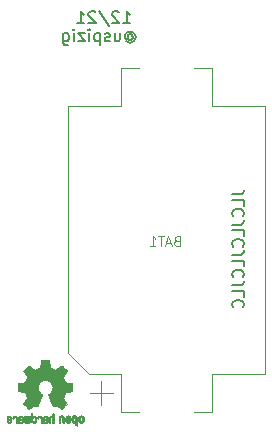
<source format=gbo>
%TF.GenerationSoftware,KiCad,Pcbnew,(5.1.10)-1*%
%TF.CreationDate,2021-12-26T22:15:38+01:00*%
%TF.ProjectId,LORA_ATTINY_v3,4c4f5241-5f41-4545-9449-4e595f76332e,rev?*%
%TF.SameCoordinates,Original*%
%TF.FileFunction,Legend,Bot*%
%TF.FilePolarity,Positive*%
%FSLAX46Y46*%
G04 Gerber Fmt 4.6, Leading zero omitted, Abs format (unit mm)*
G04 Created by KiCad (PCBNEW (5.1.10)-1) date 2021-12-26 22:15:38*
%MOMM*%
%LPD*%
G01*
G04 APERTURE LIST*
%ADD10C,0.150000*%
%ADD11C,0.010000*%
%ADD12C,0.120000*%
%ADD13C,0.100000*%
G04 APERTURE END LIST*
D10*
X67198666Y-42616380D02*
X67770095Y-42616380D01*
X67484380Y-42616380D02*
X67484380Y-41616380D01*
X67579619Y-41759238D01*
X67674857Y-41854476D01*
X67770095Y-41902095D01*
X66817714Y-41711619D02*
X66770095Y-41664000D01*
X66674857Y-41616380D01*
X66436761Y-41616380D01*
X66341523Y-41664000D01*
X66293904Y-41711619D01*
X66246285Y-41806857D01*
X66246285Y-41902095D01*
X66293904Y-42044952D01*
X66865333Y-42616380D01*
X66246285Y-42616380D01*
X65103428Y-41568761D02*
X65960571Y-42854476D01*
X64817714Y-41711619D02*
X64770095Y-41664000D01*
X64674857Y-41616380D01*
X64436761Y-41616380D01*
X64341523Y-41664000D01*
X64293904Y-41711619D01*
X64246285Y-41806857D01*
X64246285Y-41902095D01*
X64293904Y-42044952D01*
X64865333Y-42616380D01*
X64246285Y-42616380D01*
X63293904Y-42616380D02*
X63865333Y-42616380D01*
X63579619Y-42616380D02*
X63579619Y-41616380D01*
X63674857Y-41759238D01*
X63770095Y-41854476D01*
X63865333Y-41902095D01*
X76414380Y-57102952D02*
X77128666Y-57102952D01*
X77271523Y-57055333D01*
X77366761Y-56960095D01*
X77414380Y-56817238D01*
X77414380Y-56722000D01*
X77414380Y-58055333D02*
X77414380Y-57579142D01*
X76414380Y-57579142D01*
X77319142Y-58960095D02*
X77366761Y-58912476D01*
X77414380Y-58769619D01*
X77414380Y-58674380D01*
X77366761Y-58531523D01*
X77271523Y-58436285D01*
X77176285Y-58388666D01*
X76985809Y-58341047D01*
X76842952Y-58341047D01*
X76652476Y-58388666D01*
X76557238Y-58436285D01*
X76462000Y-58531523D01*
X76414380Y-58674380D01*
X76414380Y-58769619D01*
X76462000Y-58912476D01*
X76509619Y-58960095D01*
X76414380Y-59674380D02*
X77128666Y-59674380D01*
X77271523Y-59626761D01*
X77366761Y-59531523D01*
X77414380Y-59388666D01*
X77414380Y-59293428D01*
X77414380Y-60626761D02*
X77414380Y-60150571D01*
X76414380Y-60150571D01*
X77319142Y-61531523D02*
X77366761Y-61483904D01*
X77414380Y-61341047D01*
X77414380Y-61245809D01*
X77366761Y-61102952D01*
X77271523Y-61007714D01*
X77176285Y-60960095D01*
X76985809Y-60912476D01*
X76842952Y-60912476D01*
X76652476Y-60960095D01*
X76557238Y-61007714D01*
X76462000Y-61102952D01*
X76414380Y-61245809D01*
X76414380Y-61341047D01*
X76462000Y-61483904D01*
X76509619Y-61531523D01*
X76414380Y-62245809D02*
X77128666Y-62245809D01*
X77271523Y-62198190D01*
X77366761Y-62102952D01*
X77414380Y-61960095D01*
X77414380Y-61864857D01*
X77414380Y-63198190D02*
X77414380Y-62722000D01*
X76414380Y-62722000D01*
X77319142Y-64102952D02*
X77366761Y-64055333D01*
X77414380Y-63912476D01*
X77414380Y-63817238D01*
X77366761Y-63674380D01*
X77271523Y-63579142D01*
X77176285Y-63531523D01*
X76985809Y-63483904D01*
X76842952Y-63483904D01*
X76652476Y-63531523D01*
X76557238Y-63579142D01*
X76462000Y-63674380D01*
X76414380Y-63817238D01*
X76414380Y-63912476D01*
X76462000Y-64055333D01*
X76509619Y-64102952D01*
X76414380Y-64817238D02*
X77128666Y-64817238D01*
X77271523Y-64769619D01*
X77366761Y-64674380D01*
X77414380Y-64531523D01*
X77414380Y-64436285D01*
X77414380Y-65769619D02*
X77414380Y-65293428D01*
X76414380Y-65293428D01*
X77319142Y-66674380D02*
X77366761Y-66626761D01*
X77414380Y-66483904D01*
X77414380Y-66388666D01*
X77366761Y-66245809D01*
X77271523Y-66150571D01*
X77176285Y-66102952D01*
X76985809Y-66055333D01*
X76842952Y-66055333D01*
X76652476Y-66102952D01*
X76557238Y-66150571D01*
X76462000Y-66245809D01*
X76414380Y-66388666D01*
X76414380Y-66483904D01*
X76462000Y-66626761D01*
X76509619Y-66674380D01*
X67579571Y-43664190D02*
X67627190Y-43616571D01*
X67722428Y-43568952D01*
X67817666Y-43568952D01*
X67912904Y-43616571D01*
X67960523Y-43664190D01*
X68008142Y-43759428D01*
X68008142Y-43854666D01*
X67960523Y-43949904D01*
X67912904Y-43997523D01*
X67817666Y-44045142D01*
X67722428Y-44045142D01*
X67627190Y-43997523D01*
X67579571Y-43949904D01*
X67579571Y-43568952D02*
X67579571Y-43949904D01*
X67531952Y-43997523D01*
X67484333Y-43997523D01*
X67389095Y-43949904D01*
X67341476Y-43854666D01*
X67341476Y-43616571D01*
X67436714Y-43473714D01*
X67579571Y-43378476D01*
X67770047Y-43330857D01*
X67960523Y-43378476D01*
X68103380Y-43473714D01*
X68198619Y-43616571D01*
X68246238Y-43807047D01*
X68198619Y-43997523D01*
X68103380Y-44140380D01*
X67960523Y-44235619D01*
X67770047Y-44283238D01*
X67579571Y-44235619D01*
X67436714Y-44140380D01*
X66484333Y-43473714D02*
X66484333Y-44140380D01*
X66912904Y-43473714D02*
X66912904Y-43997523D01*
X66865285Y-44092761D01*
X66770047Y-44140380D01*
X66627190Y-44140380D01*
X66531952Y-44092761D01*
X66484333Y-44045142D01*
X66055761Y-44092761D02*
X65960523Y-44140380D01*
X65770047Y-44140380D01*
X65674809Y-44092761D01*
X65627190Y-43997523D01*
X65627190Y-43949904D01*
X65674809Y-43854666D01*
X65770047Y-43807047D01*
X65912904Y-43807047D01*
X66008142Y-43759428D01*
X66055761Y-43664190D01*
X66055761Y-43616571D01*
X66008142Y-43521333D01*
X65912904Y-43473714D01*
X65770047Y-43473714D01*
X65674809Y-43521333D01*
X65198619Y-43473714D02*
X65198619Y-44473714D01*
X65198619Y-43521333D02*
X65103380Y-43473714D01*
X64912904Y-43473714D01*
X64817666Y-43521333D01*
X64770047Y-43568952D01*
X64722428Y-43664190D01*
X64722428Y-43949904D01*
X64770047Y-44045142D01*
X64817666Y-44092761D01*
X64912904Y-44140380D01*
X65103380Y-44140380D01*
X65198619Y-44092761D01*
X64293857Y-44140380D02*
X64293857Y-43473714D01*
X64293857Y-43140380D02*
X64341476Y-43188000D01*
X64293857Y-43235619D01*
X64246238Y-43188000D01*
X64293857Y-43140380D01*
X64293857Y-43235619D01*
X63912904Y-43473714D02*
X63389095Y-43473714D01*
X63912904Y-44140380D01*
X63389095Y-44140380D01*
X63008142Y-44140380D02*
X63008142Y-43473714D01*
X63008142Y-43140380D02*
X63055761Y-43188000D01*
X63008142Y-43235619D01*
X62960523Y-43188000D01*
X63008142Y-43140380D01*
X63008142Y-43235619D01*
X62103380Y-43473714D02*
X62103380Y-44283238D01*
X62151000Y-44378476D01*
X62198619Y-44426095D01*
X62293857Y-44473714D01*
X62436714Y-44473714D01*
X62531952Y-44426095D01*
X62103380Y-44092761D02*
X62198619Y-44140380D01*
X62389095Y-44140380D01*
X62484333Y-44092761D01*
X62531952Y-44045142D01*
X62579571Y-43949904D01*
X62579571Y-43664190D01*
X62531952Y-43568952D01*
X62484333Y-43521333D01*
X62389095Y-43473714D01*
X62198619Y-43473714D01*
X62103380Y-43521333D01*
D11*
%TO.C,OSHW*%
G36*
X62979256Y-75833918D02*
G01*
X62923799Y-75861568D01*
X62874852Y-75912480D01*
X62861371Y-75931338D01*
X62846686Y-75956015D01*
X62837158Y-75982816D01*
X62831707Y-76018587D01*
X62829253Y-76070169D01*
X62828714Y-76138267D01*
X62831148Y-76231588D01*
X62839606Y-76301657D01*
X62855826Y-76353931D01*
X62881546Y-76393869D01*
X62918503Y-76426929D01*
X62921218Y-76428886D01*
X62957640Y-76448908D01*
X63001498Y-76458815D01*
X63057276Y-76461257D01*
X63147952Y-76461257D01*
X63147990Y-76549283D01*
X63148834Y-76598308D01*
X63153976Y-76627065D01*
X63167413Y-76644311D01*
X63193142Y-76658808D01*
X63199321Y-76661769D01*
X63228236Y-76675648D01*
X63250624Y-76684414D01*
X63267271Y-76685171D01*
X63278964Y-76675023D01*
X63286490Y-76651073D01*
X63290634Y-76610426D01*
X63292185Y-76550186D01*
X63291929Y-76467455D01*
X63290651Y-76359339D01*
X63290252Y-76327000D01*
X63288815Y-76215524D01*
X63287528Y-76142603D01*
X63148029Y-76142603D01*
X63147245Y-76204499D01*
X63143760Y-76244997D01*
X63135876Y-76271708D01*
X63121895Y-76292244D01*
X63112403Y-76302260D01*
X63073596Y-76331567D01*
X63039237Y-76333952D01*
X63003784Y-76309750D01*
X63002886Y-76308857D01*
X62988461Y-76290153D01*
X62979687Y-76264732D01*
X62975261Y-76225584D01*
X62973882Y-76165697D01*
X62973857Y-76152430D01*
X62977188Y-76069901D01*
X62988031Y-76012691D01*
X63007660Y-75977766D01*
X63037350Y-75962094D01*
X63054509Y-75960514D01*
X63095234Y-75967926D01*
X63123168Y-75992330D01*
X63139983Y-76036980D01*
X63147350Y-76105130D01*
X63148029Y-76142603D01*
X63287528Y-76142603D01*
X63287292Y-76129245D01*
X63285323Y-76064333D01*
X63282550Y-76016958D01*
X63278612Y-75983290D01*
X63273151Y-75959498D01*
X63265808Y-75941753D01*
X63256223Y-75926224D01*
X63252113Y-75920381D01*
X63197595Y-75865185D01*
X63128664Y-75833890D01*
X63048928Y-75825165D01*
X62979256Y-75833918D01*
G37*
X62979256Y-75833918D02*
X62923799Y-75861568D01*
X62874852Y-75912480D01*
X62861371Y-75931338D01*
X62846686Y-75956015D01*
X62837158Y-75982816D01*
X62831707Y-76018587D01*
X62829253Y-76070169D01*
X62828714Y-76138267D01*
X62831148Y-76231588D01*
X62839606Y-76301657D01*
X62855826Y-76353931D01*
X62881546Y-76393869D01*
X62918503Y-76426929D01*
X62921218Y-76428886D01*
X62957640Y-76448908D01*
X63001498Y-76458815D01*
X63057276Y-76461257D01*
X63147952Y-76461257D01*
X63147990Y-76549283D01*
X63148834Y-76598308D01*
X63153976Y-76627065D01*
X63167413Y-76644311D01*
X63193142Y-76658808D01*
X63199321Y-76661769D01*
X63228236Y-76675648D01*
X63250624Y-76684414D01*
X63267271Y-76685171D01*
X63278964Y-76675023D01*
X63286490Y-76651073D01*
X63290634Y-76610426D01*
X63292185Y-76550186D01*
X63291929Y-76467455D01*
X63290651Y-76359339D01*
X63290252Y-76327000D01*
X63288815Y-76215524D01*
X63287528Y-76142603D01*
X63148029Y-76142603D01*
X63147245Y-76204499D01*
X63143760Y-76244997D01*
X63135876Y-76271708D01*
X63121895Y-76292244D01*
X63112403Y-76302260D01*
X63073596Y-76331567D01*
X63039237Y-76333952D01*
X63003784Y-76309750D01*
X63002886Y-76308857D01*
X62988461Y-76290153D01*
X62979687Y-76264732D01*
X62975261Y-76225584D01*
X62973882Y-76165697D01*
X62973857Y-76152430D01*
X62977188Y-76069901D01*
X62988031Y-76012691D01*
X63007660Y-75977766D01*
X63037350Y-75962094D01*
X63054509Y-75960514D01*
X63095234Y-75967926D01*
X63123168Y-75992330D01*
X63139983Y-76036980D01*
X63147350Y-76105130D01*
X63148029Y-76142603D01*
X63287528Y-76142603D01*
X63287292Y-76129245D01*
X63285323Y-76064333D01*
X63282550Y-76016958D01*
X63278612Y-75983290D01*
X63273151Y-75959498D01*
X63265808Y-75941753D01*
X63256223Y-75926224D01*
X63252113Y-75920381D01*
X63197595Y-75865185D01*
X63128664Y-75833890D01*
X63048928Y-75825165D01*
X62979256Y-75833918D01*
G36*
X61862907Y-75841780D02*
G01*
X61816328Y-75868723D01*
X61783943Y-75895466D01*
X61760258Y-75923484D01*
X61743941Y-75957748D01*
X61733661Y-76003227D01*
X61728086Y-76064892D01*
X61725884Y-76147711D01*
X61725629Y-76207246D01*
X61725629Y-76426391D01*
X61787314Y-76454044D01*
X61849000Y-76481697D01*
X61856257Y-76241670D01*
X61859256Y-76152028D01*
X61862402Y-76086962D01*
X61866299Y-76042026D01*
X61871553Y-76012770D01*
X61878769Y-75994748D01*
X61888550Y-75983511D01*
X61891688Y-75981079D01*
X61939239Y-75962083D01*
X61987303Y-75969600D01*
X62015914Y-75989543D01*
X62027553Y-76003675D01*
X62035609Y-76022220D01*
X62040729Y-76050334D01*
X62043559Y-76093173D01*
X62044744Y-76155895D01*
X62044943Y-76221261D01*
X62044982Y-76303268D01*
X62046386Y-76361316D01*
X62051086Y-76400465D01*
X62061013Y-76425780D01*
X62078097Y-76442323D01*
X62104268Y-76455156D01*
X62139225Y-76468491D01*
X62177404Y-76483007D01*
X62172859Y-76225389D01*
X62171029Y-76132519D01*
X62168888Y-76063889D01*
X62165819Y-76014711D01*
X62161206Y-75980198D01*
X62154432Y-75955562D01*
X62144881Y-75936016D01*
X62133366Y-75918770D01*
X62077810Y-75863680D01*
X62010020Y-75831822D01*
X61936287Y-75824191D01*
X61862907Y-75841780D01*
G37*
X61862907Y-75841780D02*
X61816328Y-75868723D01*
X61783943Y-75895466D01*
X61760258Y-75923484D01*
X61743941Y-75957748D01*
X61733661Y-76003227D01*
X61728086Y-76064892D01*
X61725884Y-76147711D01*
X61725629Y-76207246D01*
X61725629Y-76426391D01*
X61787314Y-76454044D01*
X61849000Y-76481697D01*
X61856257Y-76241670D01*
X61859256Y-76152028D01*
X61862402Y-76086962D01*
X61866299Y-76042026D01*
X61871553Y-76012770D01*
X61878769Y-75994748D01*
X61888550Y-75983511D01*
X61891688Y-75981079D01*
X61939239Y-75962083D01*
X61987303Y-75969600D01*
X62015914Y-75989543D01*
X62027553Y-76003675D01*
X62035609Y-76022220D01*
X62040729Y-76050334D01*
X62043559Y-76093173D01*
X62044744Y-76155895D01*
X62044943Y-76221261D01*
X62044982Y-76303268D01*
X62046386Y-76361316D01*
X62051086Y-76400465D01*
X62061013Y-76425780D01*
X62078097Y-76442323D01*
X62104268Y-76455156D01*
X62139225Y-76468491D01*
X62177404Y-76483007D01*
X62172859Y-76225389D01*
X62171029Y-76132519D01*
X62168888Y-76063889D01*
X62165819Y-76014711D01*
X62161206Y-75980198D01*
X62154432Y-75955562D01*
X62144881Y-75936016D01*
X62133366Y-75918770D01*
X62077810Y-75863680D01*
X62010020Y-75831822D01*
X61936287Y-75824191D01*
X61862907Y-75841780D01*
G36*
X63537885Y-75835962D02*
G01*
X63469855Y-75871733D01*
X63419649Y-75929301D01*
X63401815Y-75966312D01*
X63387937Y-76021882D01*
X63380833Y-76092096D01*
X63380160Y-76168727D01*
X63385573Y-76243552D01*
X63396730Y-76308342D01*
X63413286Y-76354873D01*
X63418374Y-76362887D01*
X63478645Y-76422707D01*
X63550231Y-76458535D01*
X63627908Y-76469020D01*
X63706452Y-76452810D01*
X63728311Y-76443092D01*
X63770878Y-76413143D01*
X63808237Y-76373433D01*
X63811768Y-76368397D01*
X63826119Y-76344124D01*
X63835606Y-76318178D01*
X63841210Y-76284022D01*
X63843914Y-76235119D01*
X63844701Y-76164935D01*
X63844714Y-76149200D01*
X63844678Y-76144192D01*
X63699571Y-76144192D01*
X63698727Y-76210430D01*
X63695404Y-76254386D01*
X63688417Y-76282779D01*
X63676584Y-76302325D01*
X63670543Y-76308857D01*
X63635814Y-76333680D01*
X63602097Y-76332548D01*
X63568005Y-76311016D01*
X63547671Y-76288029D01*
X63535629Y-76254478D01*
X63528866Y-76201569D01*
X63528402Y-76195399D01*
X63527248Y-76099513D01*
X63539312Y-76028299D01*
X63564430Y-75982194D01*
X63602440Y-75961635D01*
X63616008Y-75960514D01*
X63651636Y-75966152D01*
X63676006Y-75985686D01*
X63690907Y-76023042D01*
X63698125Y-76082150D01*
X63699571Y-76144192D01*
X63844678Y-76144192D01*
X63844174Y-76074413D01*
X63841904Y-76022159D01*
X63836932Y-75985949D01*
X63828287Y-75959299D01*
X63814995Y-75935722D01*
X63812057Y-75931338D01*
X63762687Y-75872249D01*
X63708891Y-75837947D01*
X63643398Y-75824331D01*
X63621158Y-75823665D01*
X63537885Y-75835962D01*
G37*
X63537885Y-75835962D02*
X63469855Y-75871733D01*
X63419649Y-75929301D01*
X63401815Y-75966312D01*
X63387937Y-76021882D01*
X63380833Y-76092096D01*
X63380160Y-76168727D01*
X63385573Y-76243552D01*
X63396730Y-76308342D01*
X63413286Y-76354873D01*
X63418374Y-76362887D01*
X63478645Y-76422707D01*
X63550231Y-76458535D01*
X63627908Y-76469020D01*
X63706452Y-76452810D01*
X63728311Y-76443092D01*
X63770878Y-76413143D01*
X63808237Y-76373433D01*
X63811768Y-76368397D01*
X63826119Y-76344124D01*
X63835606Y-76318178D01*
X63841210Y-76284022D01*
X63843914Y-76235119D01*
X63844701Y-76164935D01*
X63844714Y-76149200D01*
X63844678Y-76144192D01*
X63699571Y-76144192D01*
X63698727Y-76210430D01*
X63695404Y-76254386D01*
X63688417Y-76282779D01*
X63676584Y-76302325D01*
X63670543Y-76308857D01*
X63635814Y-76333680D01*
X63602097Y-76332548D01*
X63568005Y-76311016D01*
X63547671Y-76288029D01*
X63535629Y-76254478D01*
X63528866Y-76201569D01*
X63528402Y-76195399D01*
X63527248Y-76099513D01*
X63539312Y-76028299D01*
X63564430Y-75982194D01*
X63602440Y-75961635D01*
X63616008Y-75960514D01*
X63651636Y-75966152D01*
X63676006Y-75985686D01*
X63690907Y-76023042D01*
X63698125Y-76082150D01*
X63699571Y-76144192D01*
X63844678Y-76144192D01*
X63844174Y-76074413D01*
X63841904Y-76022159D01*
X63836932Y-75985949D01*
X63828287Y-75959299D01*
X63814995Y-75935722D01*
X63812057Y-75931338D01*
X63762687Y-75872249D01*
X63708891Y-75837947D01*
X63643398Y-75824331D01*
X63621158Y-75823665D01*
X63537885Y-75835962D01*
G36*
X62410697Y-75845239D02*
G01*
X62353473Y-75883735D01*
X62309251Y-75939335D01*
X62282833Y-76010086D01*
X62277490Y-76062162D01*
X62278097Y-76083893D01*
X62283178Y-76100531D01*
X62297145Y-76115437D01*
X62324411Y-76131973D01*
X62369388Y-76153498D01*
X62436489Y-76183374D01*
X62436829Y-76183524D01*
X62498593Y-76211813D01*
X62549241Y-76236933D01*
X62583596Y-76256179D01*
X62596482Y-76266848D01*
X62596486Y-76266934D01*
X62585128Y-76290166D01*
X62558569Y-76315774D01*
X62528077Y-76334221D01*
X62512630Y-76337886D01*
X62470485Y-76325212D01*
X62434192Y-76293471D01*
X62416483Y-76258572D01*
X62399448Y-76232845D01*
X62366078Y-76203546D01*
X62326851Y-76178235D01*
X62292244Y-76164471D01*
X62285007Y-76163714D01*
X62276861Y-76176160D01*
X62276370Y-76207972D01*
X62282357Y-76250866D01*
X62293643Y-76296558D01*
X62309050Y-76336761D01*
X62309829Y-76338322D01*
X62356196Y-76403062D01*
X62416289Y-76447097D01*
X62484535Y-76468711D01*
X62555362Y-76466185D01*
X62623196Y-76437804D01*
X62626212Y-76435808D01*
X62679573Y-76387448D01*
X62714660Y-76324352D01*
X62734078Y-76241387D01*
X62736684Y-76218078D01*
X62741299Y-76108055D01*
X62735767Y-76056748D01*
X62596486Y-76056748D01*
X62594676Y-76088753D01*
X62584778Y-76098093D01*
X62560102Y-76091105D01*
X62521205Y-76074587D01*
X62477725Y-76053881D01*
X62476644Y-76053333D01*
X62439791Y-76033949D01*
X62425000Y-76021013D01*
X62428647Y-76007451D01*
X62444005Y-75989632D01*
X62483077Y-75963845D01*
X62525154Y-75961950D01*
X62562897Y-75980717D01*
X62588966Y-76016915D01*
X62596486Y-76056748D01*
X62735767Y-76056748D01*
X62731806Y-76020027D01*
X62707450Y-75950212D01*
X62673544Y-75901302D01*
X62612347Y-75851878D01*
X62544937Y-75827359D01*
X62476120Y-75825797D01*
X62410697Y-75845239D01*
G37*
X62410697Y-75845239D02*
X62353473Y-75883735D01*
X62309251Y-75939335D01*
X62282833Y-76010086D01*
X62277490Y-76062162D01*
X62278097Y-76083893D01*
X62283178Y-76100531D01*
X62297145Y-76115437D01*
X62324411Y-76131973D01*
X62369388Y-76153498D01*
X62436489Y-76183374D01*
X62436829Y-76183524D01*
X62498593Y-76211813D01*
X62549241Y-76236933D01*
X62583596Y-76256179D01*
X62596482Y-76266848D01*
X62596486Y-76266934D01*
X62585128Y-76290166D01*
X62558569Y-76315774D01*
X62528077Y-76334221D01*
X62512630Y-76337886D01*
X62470485Y-76325212D01*
X62434192Y-76293471D01*
X62416483Y-76258572D01*
X62399448Y-76232845D01*
X62366078Y-76203546D01*
X62326851Y-76178235D01*
X62292244Y-76164471D01*
X62285007Y-76163714D01*
X62276861Y-76176160D01*
X62276370Y-76207972D01*
X62282357Y-76250866D01*
X62293643Y-76296558D01*
X62309050Y-76336761D01*
X62309829Y-76338322D01*
X62356196Y-76403062D01*
X62416289Y-76447097D01*
X62484535Y-76468711D01*
X62555362Y-76466185D01*
X62623196Y-76437804D01*
X62626212Y-76435808D01*
X62679573Y-76387448D01*
X62714660Y-76324352D01*
X62734078Y-76241387D01*
X62736684Y-76218078D01*
X62741299Y-76108055D01*
X62735767Y-76056748D01*
X62596486Y-76056748D01*
X62594676Y-76088753D01*
X62584778Y-76098093D01*
X62560102Y-76091105D01*
X62521205Y-76074587D01*
X62477725Y-76053881D01*
X62476644Y-76053333D01*
X62439791Y-76033949D01*
X62425000Y-76021013D01*
X62428647Y-76007451D01*
X62444005Y-75989632D01*
X62483077Y-75963845D01*
X62525154Y-75961950D01*
X62562897Y-75980717D01*
X62588966Y-76016915D01*
X62596486Y-76056748D01*
X62735767Y-76056748D01*
X62731806Y-76020027D01*
X62707450Y-75950212D01*
X62673544Y-75901302D01*
X62612347Y-75851878D01*
X62544937Y-75827359D01*
X62476120Y-75825797D01*
X62410697Y-75845239D01*
G36*
X61203114Y-75765289D02*
G01*
X61198861Y-75824613D01*
X61193975Y-75859572D01*
X61187205Y-75874820D01*
X61177298Y-75875015D01*
X61174086Y-75873195D01*
X61131356Y-75860015D01*
X61075773Y-75860785D01*
X61019263Y-75874333D01*
X60983918Y-75891861D01*
X60947679Y-75919861D01*
X60921187Y-75951549D01*
X60903001Y-75991813D01*
X60891678Y-76045543D01*
X60885778Y-76117626D01*
X60883857Y-76212951D01*
X60883823Y-76231237D01*
X60883800Y-76436646D01*
X60929509Y-76452580D01*
X60961973Y-76463420D01*
X60979785Y-76468468D01*
X60980309Y-76468514D01*
X60982063Y-76454828D01*
X60983556Y-76417076D01*
X60984674Y-76360224D01*
X60985303Y-76289234D01*
X60985400Y-76246073D01*
X60985602Y-76160973D01*
X60986642Y-76099981D01*
X60989169Y-76058177D01*
X60993836Y-76030642D01*
X61001293Y-76012456D01*
X61012189Y-75998698D01*
X61018993Y-75992073D01*
X61065728Y-75965375D01*
X61116728Y-75963375D01*
X61162999Y-75985955D01*
X61171556Y-75994107D01*
X61184107Y-76009436D01*
X61192812Y-76027618D01*
X61198369Y-76053909D01*
X61201474Y-76093562D01*
X61202824Y-76151832D01*
X61203114Y-76232173D01*
X61203114Y-76436646D01*
X61248823Y-76452580D01*
X61281287Y-76463420D01*
X61299099Y-76468468D01*
X61299623Y-76468514D01*
X61300963Y-76454623D01*
X61302172Y-76415439D01*
X61303199Y-76354700D01*
X61303998Y-76276141D01*
X61304519Y-76183498D01*
X61304714Y-76080509D01*
X61304714Y-75683342D01*
X61257543Y-75663444D01*
X61210371Y-75643547D01*
X61203114Y-75765289D01*
G37*
X61203114Y-75765289D02*
X61198861Y-75824613D01*
X61193975Y-75859572D01*
X61187205Y-75874820D01*
X61177298Y-75875015D01*
X61174086Y-75873195D01*
X61131356Y-75860015D01*
X61075773Y-75860785D01*
X61019263Y-75874333D01*
X60983918Y-75891861D01*
X60947679Y-75919861D01*
X60921187Y-75951549D01*
X60903001Y-75991813D01*
X60891678Y-76045543D01*
X60885778Y-76117626D01*
X60883857Y-76212951D01*
X60883823Y-76231237D01*
X60883800Y-76436646D01*
X60929509Y-76452580D01*
X60961973Y-76463420D01*
X60979785Y-76468468D01*
X60980309Y-76468514D01*
X60982063Y-76454828D01*
X60983556Y-76417076D01*
X60984674Y-76360224D01*
X60985303Y-76289234D01*
X60985400Y-76246073D01*
X60985602Y-76160973D01*
X60986642Y-76099981D01*
X60989169Y-76058177D01*
X60993836Y-76030642D01*
X61001293Y-76012456D01*
X61012189Y-75998698D01*
X61018993Y-75992073D01*
X61065728Y-75965375D01*
X61116728Y-75963375D01*
X61162999Y-75985955D01*
X61171556Y-75994107D01*
X61184107Y-76009436D01*
X61192812Y-76027618D01*
X61198369Y-76053909D01*
X61201474Y-76093562D01*
X61202824Y-76151832D01*
X61203114Y-76232173D01*
X61203114Y-76436646D01*
X61248823Y-76452580D01*
X61281287Y-76463420D01*
X61299099Y-76468468D01*
X61299623Y-76468514D01*
X61300963Y-76454623D01*
X61302172Y-76415439D01*
X61303199Y-76354700D01*
X61303998Y-76276141D01*
X61304519Y-76183498D01*
X61304714Y-76080509D01*
X61304714Y-75683342D01*
X61257543Y-75663444D01*
X61210371Y-75643547D01*
X61203114Y-75765289D01*
G36*
X60539256Y-75864968D02*
G01*
X60482384Y-75886087D01*
X60481733Y-75886493D01*
X60446560Y-75912380D01*
X60420593Y-75942633D01*
X60402330Y-75982058D01*
X60390268Y-76035462D01*
X60382904Y-76107651D01*
X60378736Y-76203432D01*
X60378371Y-76217078D01*
X60373124Y-76422842D01*
X60417284Y-76445678D01*
X60449237Y-76461110D01*
X60468530Y-76468423D01*
X60469422Y-76468514D01*
X60472761Y-76455022D01*
X60475413Y-76418626D01*
X60477044Y-76365452D01*
X60477400Y-76322393D01*
X60477408Y-76252641D01*
X60480597Y-76208837D01*
X60491712Y-76187944D01*
X60515499Y-76186925D01*
X60556704Y-76202741D01*
X60618914Y-76231815D01*
X60664659Y-76255963D01*
X60688187Y-76276913D01*
X60695104Y-76299747D01*
X60695114Y-76300877D01*
X60683701Y-76340212D01*
X60649908Y-76361462D01*
X60598191Y-76364539D01*
X60560939Y-76364006D01*
X60541297Y-76374735D01*
X60529048Y-76400505D01*
X60521998Y-76433337D01*
X60532158Y-76451966D01*
X60535983Y-76454632D01*
X60571999Y-76465340D01*
X60622434Y-76466856D01*
X60674374Y-76459759D01*
X60711178Y-76446788D01*
X60762062Y-76403585D01*
X60790986Y-76343446D01*
X60796714Y-76296462D01*
X60792343Y-76254082D01*
X60776525Y-76219488D01*
X60745203Y-76188763D01*
X60694322Y-76157990D01*
X60619824Y-76123252D01*
X60615286Y-76121288D01*
X60548179Y-76090287D01*
X60506768Y-76064862D01*
X60489019Y-76042014D01*
X60492893Y-76018745D01*
X60516357Y-75992056D01*
X60523373Y-75985914D01*
X60570370Y-75962100D01*
X60619067Y-75963103D01*
X60661478Y-75986451D01*
X60689616Y-76029675D01*
X60692231Y-76038160D01*
X60717692Y-76079308D01*
X60749999Y-76099128D01*
X60796714Y-76118770D01*
X60796714Y-76067950D01*
X60782504Y-75994082D01*
X60740325Y-75926327D01*
X60718376Y-75903661D01*
X60668483Y-75874569D01*
X60605033Y-75861400D01*
X60539256Y-75864968D01*
G37*
X60539256Y-75864968D02*
X60482384Y-75886087D01*
X60481733Y-75886493D01*
X60446560Y-75912380D01*
X60420593Y-75942633D01*
X60402330Y-75982058D01*
X60390268Y-76035462D01*
X60382904Y-76107651D01*
X60378736Y-76203432D01*
X60378371Y-76217078D01*
X60373124Y-76422842D01*
X60417284Y-76445678D01*
X60449237Y-76461110D01*
X60468530Y-76468423D01*
X60469422Y-76468514D01*
X60472761Y-76455022D01*
X60475413Y-76418626D01*
X60477044Y-76365452D01*
X60477400Y-76322393D01*
X60477408Y-76252641D01*
X60480597Y-76208837D01*
X60491712Y-76187944D01*
X60515499Y-76186925D01*
X60556704Y-76202741D01*
X60618914Y-76231815D01*
X60664659Y-76255963D01*
X60688187Y-76276913D01*
X60695104Y-76299747D01*
X60695114Y-76300877D01*
X60683701Y-76340212D01*
X60649908Y-76361462D01*
X60598191Y-76364539D01*
X60560939Y-76364006D01*
X60541297Y-76374735D01*
X60529048Y-76400505D01*
X60521998Y-76433337D01*
X60532158Y-76451966D01*
X60535983Y-76454632D01*
X60571999Y-76465340D01*
X60622434Y-76466856D01*
X60674374Y-76459759D01*
X60711178Y-76446788D01*
X60762062Y-76403585D01*
X60790986Y-76343446D01*
X60796714Y-76296462D01*
X60792343Y-76254082D01*
X60776525Y-76219488D01*
X60745203Y-76188763D01*
X60694322Y-76157990D01*
X60619824Y-76123252D01*
X60615286Y-76121288D01*
X60548179Y-76090287D01*
X60506768Y-76064862D01*
X60489019Y-76042014D01*
X60492893Y-76018745D01*
X60516357Y-75992056D01*
X60523373Y-75985914D01*
X60570370Y-75962100D01*
X60619067Y-75963103D01*
X60661478Y-75986451D01*
X60689616Y-76029675D01*
X60692231Y-76038160D01*
X60717692Y-76079308D01*
X60749999Y-76099128D01*
X60796714Y-76118770D01*
X60796714Y-76067950D01*
X60782504Y-75994082D01*
X60740325Y-75926327D01*
X60718376Y-75903661D01*
X60668483Y-75874569D01*
X60605033Y-75861400D01*
X60539256Y-75864968D01*
G36*
X60049074Y-75863755D02*
G01*
X59983142Y-75888084D01*
X59929727Y-75931117D01*
X59908836Y-75961409D01*
X59886061Y-76016994D01*
X59886534Y-76057186D01*
X59910438Y-76084217D01*
X59919283Y-76088813D01*
X59957470Y-76103144D01*
X59976972Y-76099472D01*
X59983578Y-76075407D01*
X59983914Y-76062114D01*
X59996008Y-76013210D01*
X60027529Y-75978999D01*
X60071341Y-75962476D01*
X60120305Y-75966634D01*
X60160106Y-75988227D01*
X60173550Y-76000544D01*
X60183079Y-76015487D01*
X60189515Y-76038075D01*
X60193683Y-76073328D01*
X60196403Y-76126266D01*
X60198498Y-76201907D01*
X60199040Y-76225857D01*
X60201019Y-76307790D01*
X60203269Y-76365455D01*
X60206643Y-76403608D01*
X60211994Y-76427004D01*
X60220176Y-76440398D01*
X60232041Y-76448545D01*
X60239638Y-76452144D01*
X60271898Y-76464452D01*
X60290889Y-76468514D01*
X60297164Y-76454948D01*
X60300994Y-76413934D01*
X60302400Y-76344999D01*
X60301402Y-76247669D01*
X60301092Y-76232657D01*
X60298899Y-76143859D01*
X60296307Y-76079019D01*
X60292618Y-76033067D01*
X60287136Y-76000935D01*
X60279165Y-75977553D01*
X60268007Y-75957852D01*
X60262170Y-75949410D01*
X60228704Y-75912057D01*
X60191273Y-75883003D01*
X60186691Y-75880467D01*
X60119574Y-75860443D01*
X60049074Y-75863755D01*
G37*
X60049074Y-75863755D02*
X59983142Y-75888084D01*
X59929727Y-75931117D01*
X59908836Y-75961409D01*
X59886061Y-76016994D01*
X59886534Y-76057186D01*
X59910438Y-76084217D01*
X59919283Y-76088813D01*
X59957470Y-76103144D01*
X59976972Y-76099472D01*
X59983578Y-76075407D01*
X59983914Y-76062114D01*
X59996008Y-76013210D01*
X60027529Y-75978999D01*
X60071341Y-75962476D01*
X60120305Y-75966634D01*
X60160106Y-75988227D01*
X60173550Y-76000544D01*
X60183079Y-76015487D01*
X60189515Y-76038075D01*
X60193683Y-76073328D01*
X60196403Y-76126266D01*
X60198498Y-76201907D01*
X60199040Y-76225857D01*
X60201019Y-76307790D01*
X60203269Y-76365455D01*
X60206643Y-76403608D01*
X60211994Y-76427004D01*
X60220176Y-76440398D01*
X60232041Y-76448545D01*
X60239638Y-76452144D01*
X60271898Y-76464452D01*
X60290889Y-76468514D01*
X60297164Y-76454948D01*
X60300994Y-76413934D01*
X60302400Y-76344999D01*
X60301402Y-76247669D01*
X60301092Y-76232657D01*
X60298899Y-76143859D01*
X60296307Y-76079019D01*
X60292618Y-76033067D01*
X60287136Y-76000935D01*
X60279165Y-75977553D01*
X60268007Y-75957852D01*
X60262170Y-75949410D01*
X60228704Y-75912057D01*
X60191273Y-75883003D01*
X60186691Y-75880467D01*
X60119574Y-75860443D01*
X60049074Y-75863755D01*
G36*
X59388883Y-75979358D02*
G01*
X59389067Y-76087837D01*
X59389781Y-76171287D01*
X59391325Y-76233704D01*
X59393999Y-76279085D01*
X59398106Y-76311429D01*
X59403945Y-76334733D01*
X59411818Y-76352995D01*
X59417779Y-76363418D01*
X59467145Y-76419945D01*
X59529736Y-76455377D01*
X59598987Y-76468090D01*
X59668332Y-76456463D01*
X59709625Y-76435568D01*
X59752975Y-76399422D01*
X59782519Y-76355276D01*
X59800345Y-76297462D01*
X59808537Y-76220313D01*
X59809698Y-76163714D01*
X59809542Y-76159647D01*
X59708143Y-76159647D01*
X59707524Y-76224550D01*
X59704686Y-76267514D01*
X59698160Y-76295622D01*
X59686477Y-76315953D01*
X59672517Y-76331288D01*
X59625635Y-76360890D01*
X59575299Y-76363419D01*
X59527724Y-76338705D01*
X59524021Y-76335356D01*
X59508217Y-76317935D01*
X59498307Y-76297209D01*
X59492942Y-76266362D01*
X59490772Y-76218577D01*
X59490429Y-76165748D01*
X59491173Y-76099381D01*
X59494252Y-76055106D01*
X59500939Y-76026009D01*
X59512504Y-76005173D01*
X59521987Y-75994107D01*
X59566040Y-75966198D01*
X59616776Y-75962843D01*
X59665204Y-75984159D01*
X59674550Y-75992073D01*
X59690460Y-76009647D01*
X59700390Y-76030587D01*
X59705722Y-76061782D01*
X59707837Y-76110122D01*
X59708143Y-76159647D01*
X59809542Y-76159647D01*
X59806190Y-76072568D01*
X59794274Y-76004086D01*
X59771865Y-75952600D01*
X59736876Y-75912443D01*
X59709625Y-75891861D01*
X59660093Y-75869625D01*
X59602684Y-75859304D01*
X59549318Y-75862067D01*
X59519457Y-75873212D01*
X59507739Y-75876383D01*
X59499963Y-75864557D01*
X59494535Y-75832866D01*
X59490429Y-75784593D01*
X59485933Y-75730829D01*
X59479687Y-75698482D01*
X59468324Y-75679985D01*
X59448472Y-75667770D01*
X59436000Y-75662362D01*
X59388829Y-75642601D01*
X59388883Y-75979358D01*
G37*
X59388883Y-75979358D02*
X59389067Y-76087837D01*
X59389781Y-76171287D01*
X59391325Y-76233704D01*
X59393999Y-76279085D01*
X59398106Y-76311429D01*
X59403945Y-76334733D01*
X59411818Y-76352995D01*
X59417779Y-76363418D01*
X59467145Y-76419945D01*
X59529736Y-76455377D01*
X59598987Y-76468090D01*
X59668332Y-76456463D01*
X59709625Y-76435568D01*
X59752975Y-76399422D01*
X59782519Y-76355276D01*
X59800345Y-76297462D01*
X59808537Y-76220313D01*
X59809698Y-76163714D01*
X59809542Y-76159647D01*
X59708143Y-76159647D01*
X59707524Y-76224550D01*
X59704686Y-76267514D01*
X59698160Y-76295622D01*
X59686477Y-76315953D01*
X59672517Y-76331288D01*
X59625635Y-76360890D01*
X59575299Y-76363419D01*
X59527724Y-76338705D01*
X59524021Y-76335356D01*
X59508217Y-76317935D01*
X59498307Y-76297209D01*
X59492942Y-76266362D01*
X59490772Y-76218577D01*
X59490429Y-76165748D01*
X59491173Y-76099381D01*
X59494252Y-76055106D01*
X59500939Y-76026009D01*
X59512504Y-76005173D01*
X59521987Y-75994107D01*
X59566040Y-75966198D01*
X59616776Y-75962843D01*
X59665204Y-75984159D01*
X59674550Y-75992073D01*
X59690460Y-76009647D01*
X59700390Y-76030587D01*
X59705722Y-76061782D01*
X59707837Y-76110122D01*
X59708143Y-76159647D01*
X59809542Y-76159647D01*
X59806190Y-76072568D01*
X59794274Y-76004086D01*
X59771865Y-75952600D01*
X59736876Y-75912443D01*
X59709625Y-75891861D01*
X59660093Y-75869625D01*
X59602684Y-75859304D01*
X59549318Y-75862067D01*
X59519457Y-75873212D01*
X59507739Y-75876383D01*
X59499963Y-75864557D01*
X59494535Y-75832866D01*
X59490429Y-75784593D01*
X59485933Y-75730829D01*
X59479687Y-75698482D01*
X59468324Y-75679985D01*
X59448472Y-75667770D01*
X59436000Y-75662362D01*
X59388829Y-75642601D01*
X59388883Y-75979358D01*
G36*
X58799167Y-75872663D02*
G01*
X58796952Y-75910850D01*
X58795216Y-75968886D01*
X58794101Y-76042180D01*
X58793743Y-76119055D01*
X58793743Y-76379196D01*
X58839674Y-76425127D01*
X58871325Y-76453429D01*
X58899110Y-76464893D01*
X58937085Y-76464168D01*
X58952160Y-76462321D01*
X58999274Y-76456948D01*
X59038244Y-76453869D01*
X59047743Y-76453585D01*
X59079767Y-76455445D01*
X59125568Y-76460114D01*
X59143326Y-76462321D01*
X59186943Y-76465735D01*
X59216255Y-76458320D01*
X59245320Y-76435427D01*
X59255812Y-76425127D01*
X59301743Y-76379196D01*
X59301743Y-75892602D01*
X59264774Y-75875758D01*
X59232941Y-75863282D01*
X59214317Y-75858914D01*
X59209542Y-75872718D01*
X59205079Y-75911286D01*
X59201225Y-75970356D01*
X59198278Y-76045663D01*
X59196857Y-76109286D01*
X59192886Y-76359657D01*
X59158241Y-76364556D01*
X59126732Y-76361131D01*
X59111292Y-76350041D01*
X59106977Y-76329308D01*
X59103292Y-76285145D01*
X59100531Y-76223146D01*
X59098988Y-76148909D01*
X59098765Y-76110706D01*
X59098543Y-75890783D01*
X59052834Y-75874849D01*
X59020482Y-75864015D01*
X59002885Y-75858962D01*
X59002377Y-75858914D01*
X59000612Y-75872648D01*
X58998671Y-75910730D01*
X58996718Y-75968482D01*
X58994916Y-76041227D01*
X58993657Y-76109286D01*
X58989686Y-76359657D01*
X58902600Y-76359657D01*
X58898604Y-76131240D01*
X58894608Y-75902822D01*
X58852153Y-75880868D01*
X58820808Y-75865793D01*
X58802256Y-75858951D01*
X58801721Y-75858914D01*
X58799167Y-75872663D01*
G37*
X58799167Y-75872663D02*
X58796952Y-75910850D01*
X58795216Y-75968886D01*
X58794101Y-76042180D01*
X58793743Y-76119055D01*
X58793743Y-76379196D01*
X58839674Y-76425127D01*
X58871325Y-76453429D01*
X58899110Y-76464893D01*
X58937085Y-76464168D01*
X58952160Y-76462321D01*
X58999274Y-76456948D01*
X59038244Y-76453869D01*
X59047743Y-76453585D01*
X59079767Y-76455445D01*
X59125568Y-76460114D01*
X59143326Y-76462321D01*
X59186943Y-76465735D01*
X59216255Y-76458320D01*
X59245320Y-76435427D01*
X59255812Y-76425127D01*
X59301743Y-76379196D01*
X59301743Y-75892602D01*
X59264774Y-75875758D01*
X59232941Y-75863282D01*
X59214317Y-75858914D01*
X59209542Y-75872718D01*
X59205079Y-75911286D01*
X59201225Y-75970356D01*
X59198278Y-76045663D01*
X59196857Y-76109286D01*
X59192886Y-76359657D01*
X59158241Y-76364556D01*
X59126732Y-76361131D01*
X59111292Y-76350041D01*
X59106977Y-76329308D01*
X59103292Y-76285145D01*
X59100531Y-76223146D01*
X59098988Y-76148909D01*
X59098765Y-76110706D01*
X59098543Y-75890783D01*
X59052834Y-75874849D01*
X59020482Y-75864015D01*
X59002885Y-75858962D01*
X59002377Y-75858914D01*
X59000612Y-75872648D01*
X58998671Y-75910730D01*
X58996718Y-75968482D01*
X58994916Y-76041227D01*
X58993657Y-76109286D01*
X58989686Y-76359657D01*
X58902600Y-76359657D01*
X58898604Y-76131240D01*
X58894608Y-75902822D01*
X58852153Y-75880868D01*
X58820808Y-75865793D01*
X58802256Y-75858951D01*
X58801721Y-75858914D01*
X58799167Y-75872663D01*
G36*
X58434124Y-75870335D02*
G01*
X58392333Y-75889344D01*
X58359531Y-75912378D01*
X58335497Y-75938133D01*
X58318903Y-75971358D01*
X58308423Y-76016800D01*
X58302729Y-76079207D01*
X58300493Y-76163327D01*
X58300257Y-76218721D01*
X58300257Y-76434826D01*
X58337226Y-76451670D01*
X58366344Y-76463981D01*
X58380769Y-76468514D01*
X58383528Y-76455025D01*
X58385718Y-76418653D01*
X58387058Y-76365542D01*
X58387343Y-76323372D01*
X58388566Y-76262447D01*
X58391864Y-76214115D01*
X58396679Y-76184518D01*
X58400504Y-76178229D01*
X58426217Y-76184652D01*
X58466582Y-76201125D01*
X58513321Y-76223458D01*
X58558155Y-76247457D01*
X58592807Y-76268930D01*
X58608998Y-76283685D01*
X58609062Y-76283845D01*
X58607670Y-76311152D01*
X58595182Y-76337219D01*
X58573257Y-76358392D01*
X58541257Y-76365474D01*
X58513908Y-76364649D01*
X58475174Y-76364042D01*
X58454842Y-76373116D01*
X58442631Y-76397092D01*
X58441091Y-76401613D01*
X58435797Y-76435806D01*
X58449953Y-76456568D01*
X58486852Y-76466462D01*
X58526711Y-76468292D01*
X58598438Y-76454727D01*
X58635568Y-76435355D01*
X58681424Y-76389845D01*
X58705744Y-76333983D01*
X58707927Y-76274957D01*
X58687371Y-76219953D01*
X58656451Y-76185486D01*
X58625580Y-76166189D01*
X58577058Y-76141759D01*
X58520515Y-76116985D01*
X58511090Y-76113199D01*
X58448981Y-76085791D01*
X58413178Y-76061634D01*
X58401663Y-76037619D01*
X58412420Y-76010635D01*
X58430886Y-75989543D01*
X58474531Y-75963572D01*
X58522554Y-75961624D01*
X58566594Y-75981637D01*
X58598291Y-76021551D01*
X58602451Y-76031848D01*
X58626673Y-76069724D01*
X58662035Y-76097842D01*
X58706657Y-76120917D01*
X58706657Y-76055485D01*
X58704031Y-76015506D01*
X58692770Y-75983997D01*
X58667801Y-75950378D01*
X58643831Y-75924484D01*
X58606559Y-75887817D01*
X58577599Y-75868121D01*
X58546495Y-75860220D01*
X58511287Y-75858914D01*
X58434124Y-75870335D01*
G37*
X58434124Y-75870335D02*
X58392333Y-75889344D01*
X58359531Y-75912378D01*
X58335497Y-75938133D01*
X58318903Y-75971358D01*
X58308423Y-76016800D01*
X58302729Y-76079207D01*
X58300493Y-76163327D01*
X58300257Y-76218721D01*
X58300257Y-76434826D01*
X58337226Y-76451670D01*
X58366344Y-76463981D01*
X58380769Y-76468514D01*
X58383528Y-76455025D01*
X58385718Y-76418653D01*
X58387058Y-76365542D01*
X58387343Y-76323372D01*
X58388566Y-76262447D01*
X58391864Y-76214115D01*
X58396679Y-76184518D01*
X58400504Y-76178229D01*
X58426217Y-76184652D01*
X58466582Y-76201125D01*
X58513321Y-76223458D01*
X58558155Y-76247457D01*
X58592807Y-76268930D01*
X58608998Y-76283685D01*
X58609062Y-76283845D01*
X58607670Y-76311152D01*
X58595182Y-76337219D01*
X58573257Y-76358392D01*
X58541257Y-76365474D01*
X58513908Y-76364649D01*
X58475174Y-76364042D01*
X58454842Y-76373116D01*
X58442631Y-76397092D01*
X58441091Y-76401613D01*
X58435797Y-76435806D01*
X58449953Y-76456568D01*
X58486852Y-76466462D01*
X58526711Y-76468292D01*
X58598438Y-76454727D01*
X58635568Y-76435355D01*
X58681424Y-76389845D01*
X58705744Y-76333983D01*
X58707927Y-76274957D01*
X58687371Y-76219953D01*
X58656451Y-76185486D01*
X58625580Y-76166189D01*
X58577058Y-76141759D01*
X58520515Y-76116985D01*
X58511090Y-76113199D01*
X58448981Y-76085791D01*
X58413178Y-76061634D01*
X58401663Y-76037619D01*
X58412420Y-76010635D01*
X58430886Y-75989543D01*
X58474531Y-75963572D01*
X58522554Y-75961624D01*
X58566594Y-75981637D01*
X58598291Y-76021551D01*
X58602451Y-76031848D01*
X58626673Y-76069724D01*
X58662035Y-76097842D01*
X58706657Y-76120917D01*
X58706657Y-76055485D01*
X58704031Y-76015506D01*
X58692770Y-75983997D01*
X58667801Y-75950378D01*
X58643831Y-75924484D01*
X58606559Y-75887817D01*
X58577599Y-75868121D01*
X58546495Y-75860220D01*
X58511287Y-75858914D01*
X58434124Y-75870335D01*
G36*
X57926400Y-75872752D02*
G01*
X57909052Y-75880334D01*
X57867644Y-75913128D01*
X57832235Y-75960547D01*
X57810336Y-76011151D01*
X57806771Y-76036098D01*
X57818721Y-76070927D01*
X57844933Y-76089357D01*
X57873036Y-76100516D01*
X57885905Y-76102572D01*
X57892171Y-76087649D01*
X57904544Y-76055175D01*
X57909972Y-76040502D01*
X57940410Y-75989744D01*
X57984480Y-75964427D01*
X58040990Y-75965206D01*
X58045175Y-75966203D01*
X58075345Y-75980507D01*
X58097524Y-76008393D01*
X58112673Y-76053287D01*
X58121750Y-76118615D01*
X58125714Y-76207804D01*
X58126086Y-76255261D01*
X58126270Y-76330071D01*
X58127478Y-76381069D01*
X58130691Y-76413471D01*
X58136891Y-76432495D01*
X58147060Y-76443356D01*
X58162181Y-76451272D01*
X58163054Y-76451670D01*
X58192172Y-76463981D01*
X58206597Y-76468514D01*
X58208814Y-76454809D01*
X58210711Y-76416925D01*
X58212153Y-76359715D01*
X58213002Y-76288027D01*
X58213171Y-76235565D01*
X58212308Y-76134047D01*
X58208930Y-76057032D01*
X58201858Y-76000023D01*
X58189912Y-75958526D01*
X58171910Y-75928043D01*
X58146673Y-75904080D01*
X58121753Y-75887355D01*
X58061829Y-75865097D01*
X57992089Y-75860076D01*
X57926400Y-75872752D01*
G37*
X57926400Y-75872752D02*
X57909052Y-75880334D01*
X57867644Y-75913128D01*
X57832235Y-75960547D01*
X57810336Y-76011151D01*
X57806771Y-76036098D01*
X57818721Y-76070927D01*
X57844933Y-76089357D01*
X57873036Y-76100516D01*
X57885905Y-76102572D01*
X57892171Y-76087649D01*
X57904544Y-76055175D01*
X57909972Y-76040502D01*
X57940410Y-75989744D01*
X57984480Y-75964427D01*
X58040990Y-75965206D01*
X58045175Y-75966203D01*
X58075345Y-75980507D01*
X58097524Y-76008393D01*
X58112673Y-76053287D01*
X58121750Y-76118615D01*
X58125714Y-76207804D01*
X58126086Y-76255261D01*
X58126270Y-76330071D01*
X58127478Y-76381069D01*
X58130691Y-76413471D01*
X58136891Y-76432495D01*
X58147060Y-76443356D01*
X58162181Y-76451272D01*
X58163054Y-76451670D01*
X58192172Y-76463981D01*
X58206597Y-76468514D01*
X58208814Y-76454809D01*
X58210711Y-76416925D01*
X58212153Y-76359715D01*
X58213002Y-76288027D01*
X58213171Y-76235565D01*
X58212308Y-76134047D01*
X58208930Y-76057032D01*
X58201858Y-76000023D01*
X58189912Y-75958526D01*
X58171910Y-75928043D01*
X58146673Y-75904080D01*
X58121753Y-75887355D01*
X58061829Y-75865097D01*
X57992089Y-75860076D01*
X57926400Y-75872752D01*
G36*
X57425405Y-75880966D02*
G01*
X57367979Y-75918497D01*
X57340281Y-75952096D01*
X57318338Y-76013064D01*
X57316595Y-76061308D01*
X57320543Y-76125816D01*
X57469314Y-76190934D01*
X57541651Y-76224202D01*
X57588916Y-76250964D01*
X57613493Y-76274144D01*
X57617763Y-76296667D01*
X57604111Y-76321455D01*
X57589057Y-76337886D01*
X57545254Y-76364235D01*
X57497611Y-76366081D01*
X57453855Y-76345546D01*
X57421711Y-76304752D01*
X57415962Y-76290347D01*
X57388424Y-76245356D01*
X57356742Y-76226182D01*
X57313286Y-76209779D01*
X57313286Y-76271966D01*
X57317128Y-76314283D01*
X57332177Y-76349969D01*
X57363720Y-76390943D01*
X57368408Y-76396267D01*
X57403494Y-76432720D01*
X57433653Y-76452283D01*
X57471385Y-76461283D01*
X57502665Y-76464230D01*
X57558615Y-76464965D01*
X57598445Y-76455660D01*
X57623292Y-76441846D01*
X57662344Y-76411467D01*
X57689375Y-76378613D01*
X57706483Y-76337294D01*
X57715762Y-76281521D01*
X57719307Y-76205305D01*
X57719590Y-76166622D01*
X57718628Y-76120247D01*
X57630993Y-76120247D01*
X57629977Y-76145126D01*
X57627444Y-76149200D01*
X57610726Y-76143665D01*
X57574751Y-76129017D01*
X57526669Y-76108190D01*
X57516614Y-76103714D01*
X57455848Y-76072814D01*
X57422368Y-76045657D01*
X57415010Y-76020220D01*
X57432609Y-75994481D01*
X57447144Y-75983109D01*
X57499590Y-75960364D01*
X57548678Y-75964122D01*
X57589773Y-75991884D01*
X57618242Y-76041152D01*
X57627369Y-76080257D01*
X57630993Y-76120247D01*
X57718628Y-76120247D01*
X57717715Y-76076249D01*
X57710804Y-76009384D01*
X57697116Y-75960695D01*
X57674904Y-75924849D01*
X57642426Y-75896513D01*
X57628267Y-75887355D01*
X57563947Y-75863507D01*
X57493527Y-75862006D01*
X57425405Y-75880966D01*
G37*
X57425405Y-75880966D02*
X57367979Y-75918497D01*
X57340281Y-75952096D01*
X57318338Y-76013064D01*
X57316595Y-76061308D01*
X57320543Y-76125816D01*
X57469314Y-76190934D01*
X57541651Y-76224202D01*
X57588916Y-76250964D01*
X57613493Y-76274144D01*
X57617763Y-76296667D01*
X57604111Y-76321455D01*
X57589057Y-76337886D01*
X57545254Y-76364235D01*
X57497611Y-76366081D01*
X57453855Y-76345546D01*
X57421711Y-76304752D01*
X57415962Y-76290347D01*
X57388424Y-76245356D01*
X57356742Y-76226182D01*
X57313286Y-76209779D01*
X57313286Y-76271966D01*
X57317128Y-76314283D01*
X57332177Y-76349969D01*
X57363720Y-76390943D01*
X57368408Y-76396267D01*
X57403494Y-76432720D01*
X57433653Y-76452283D01*
X57471385Y-76461283D01*
X57502665Y-76464230D01*
X57558615Y-76464965D01*
X57598445Y-76455660D01*
X57623292Y-76441846D01*
X57662344Y-76411467D01*
X57689375Y-76378613D01*
X57706483Y-76337294D01*
X57715762Y-76281521D01*
X57719307Y-76205305D01*
X57719590Y-76166622D01*
X57718628Y-76120247D01*
X57630993Y-76120247D01*
X57629977Y-76145126D01*
X57627444Y-76149200D01*
X57610726Y-76143665D01*
X57574751Y-76129017D01*
X57526669Y-76108190D01*
X57516614Y-76103714D01*
X57455848Y-76072814D01*
X57422368Y-76045657D01*
X57415010Y-76020220D01*
X57432609Y-75994481D01*
X57447144Y-75983109D01*
X57499590Y-75960364D01*
X57548678Y-75964122D01*
X57589773Y-75991884D01*
X57618242Y-76041152D01*
X57627369Y-76080257D01*
X57630993Y-76120247D01*
X57718628Y-76120247D01*
X57717715Y-76076249D01*
X57710804Y-76009384D01*
X57697116Y-75960695D01*
X57674904Y-75924849D01*
X57642426Y-75896513D01*
X57628267Y-75887355D01*
X57563947Y-75863507D01*
X57493527Y-75862006D01*
X57425405Y-75880966D01*
G36*
X60475090Y-71156348D02*
G01*
X60396546Y-71156778D01*
X60339702Y-71157942D01*
X60300895Y-71160207D01*
X60276462Y-71163940D01*
X60262738Y-71169506D01*
X60256060Y-71177273D01*
X60252764Y-71187605D01*
X60252444Y-71188943D01*
X60247438Y-71213079D01*
X60238171Y-71260701D01*
X60225608Y-71326741D01*
X60210713Y-71406128D01*
X60194449Y-71493796D01*
X60193881Y-71496875D01*
X60177590Y-71582789D01*
X60162348Y-71658696D01*
X60149139Y-71720045D01*
X60138946Y-71762282D01*
X60132752Y-71780855D01*
X60132457Y-71781184D01*
X60114212Y-71790253D01*
X60076595Y-71805367D01*
X60027729Y-71823262D01*
X60027457Y-71823358D01*
X59965907Y-71846493D01*
X59893343Y-71875965D01*
X59824943Y-71905597D01*
X59821706Y-71907062D01*
X59710298Y-71957626D01*
X59463601Y-71789160D01*
X59387923Y-71737803D01*
X59319369Y-71691889D01*
X59261912Y-71654030D01*
X59219524Y-71626837D01*
X59196175Y-71612921D01*
X59193958Y-71611889D01*
X59176990Y-71616484D01*
X59145299Y-71638655D01*
X59097648Y-71679447D01*
X59032802Y-71739905D01*
X58966603Y-71804227D01*
X58902786Y-71867612D01*
X58845671Y-71925451D01*
X58798695Y-71974175D01*
X58765297Y-72010210D01*
X58748915Y-72029984D01*
X58748306Y-72031002D01*
X58746495Y-72044572D01*
X58753317Y-72066733D01*
X58770460Y-72100478D01*
X58799607Y-72148800D01*
X58842445Y-72214692D01*
X58899552Y-72299517D01*
X58950234Y-72374177D01*
X58995539Y-72441140D01*
X59032850Y-72496516D01*
X59059548Y-72536420D01*
X59073015Y-72556962D01*
X59073863Y-72558356D01*
X59072219Y-72578038D01*
X59059755Y-72616293D01*
X59038952Y-72665889D01*
X59031538Y-72681728D01*
X58999186Y-72752290D01*
X58964672Y-72832353D01*
X58936635Y-72901629D01*
X58916432Y-72953045D01*
X58900385Y-72992119D01*
X58891112Y-73012541D01*
X58889959Y-73014114D01*
X58872904Y-73016721D01*
X58832702Y-73023863D01*
X58774698Y-73034523D01*
X58704237Y-73047685D01*
X58626665Y-73062333D01*
X58547328Y-73077449D01*
X58471569Y-73092018D01*
X58404736Y-73105022D01*
X58352172Y-73115445D01*
X58319224Y-73122270D01*
X58311143Y-73124199D01*
X58302795Y-73128962D01*
X58296494Y-73139718D01*
X58291955Y-73160098D01*
X58288896Y-73193734D01*
X58287033Y-73244255D01*
X58286082Y-73315292D01*
X58285760Y-73410476D01*
X58285743Y-73449492D01*
X58285743Y-73766799D01*
X58361943Y-73781839D01*
X58404337Y-73789995D01*
X58467600Y-73801899D01*
X58544038Y-73816116D01*
X58625957Y-73831210D01*
X58648600Y-73835355D01*
X58724194Y-73850053D01*
X58790047Y-73864505D01*
X58840634Y-73877375D01*
X58870426Y-73887322D01*
X58875388Y-73890287D01*
X58887574Y-73911283D01*
X58905047Y-73951967D01*
X58924423Y-74004322D01*
X58928266Y-74015600D01*
X58953661Y-74085523D01*
X58985183Y-74164418D01*
X59016031Y-74235266D01*
X59016183Y-74235595D01*
X59067553Y-74346733D01*
X58898601Y-74595253D01*
X58729648Y-74843772D01*
X58946571Y-75061058D01*
X59012181Y-75125726D01*
X59072021Y-75182733D01*
X59122733Y-75229033D01*
X59160954Y-75261584D01*
X59183325Y-75277343D01*
X59186534Y-75278343D01*
X59205374Y-75270469D01*
X59243820Y-75248578D01*
X59297670Y-75215267D01*
X59362724Y-75173131D01*
X59433060Y-75125943D01*
X59504445Y-75077810D01*
X59568092Y-75035928D01*
X59619959Y-75002871D01*
X59656005Y-74981218D01*
X59672133Y-74973543D01*
X59691811Y-74980037D01*
X59729125Y-74997150D01*
X59776379Y-75021326D01*
X59781388Y-75024013D01*
X59845023Y-75055927D01*
X59888659Y-75071579D01*
X59915798Y-75071745D01*
X59929943Y-75057204D01*
X59930025Y-75057000D01*
X59937095Y-75039779D01*
X59953958Y-74998899D01*
X59979305Y-74937525D01*
X60011829Y-74858819D01*
X60050222Y-74765947D01*
X60093178Y-74662072D01*
X60134778Y-74561502D01*
X60180496Y-74450516D01*
X60222474Y-74347703D01*
X60259452Y-74256215D01*
X60290173Y-74179201D01*
X60313378Y-74119815D01*
X60327810Y-74081209D01*
X60332257Y-74066800D01*
X60321104Y-74050272D01*
X60291931Y-74023930D01*
X60253029Y-73994887D01*
X60142243Y-73903039D01*
X60055649Y-73797759D01*
X59994284Y-73681266D01*
X59959185Y-73555776D01*
X59951392Y-73423507D01*
X59957057Y-73362457D01*
X59987922Y-73235795D01*
X60041080Y-73123941D01*
X60113233Y-73028001D01*
X60201083Y-72949076D01*
X60301335Y-72888270D01*
X60410690Y-72846687D01*
X60525853Y-72825428D01*
X60643525Y-72825599D01*
X60760410Y-72848301D01*
X60873211Y-72894638D01*
X60978631Y-72965713D01*
X61022632Y-73005911D01*
X61107021Y-73109129D01*
X61165778Y-73221925D01*
X61199296Y-73341010D01*
X61207965Y-73463095D01*
X61192177Y-73584893D01*
X61152322Y-73703116D01*
X61088793Y-73814475D01*
X61001979Y-73915684D01*
X60904971Y-73994887D01*
X60864563Y-74025162D01*
X60836018Y-74051219D01*
X60825743Y-74066825D01*
X60831123Y-74083843D01*
X60846425Y-74124500D01*
X60870388Y-74185642D01*
X60901756Y-74264119D01*
X60939268Y-74356780D01*
X60981667Y-74460472D01*
X61023337Y-74561526D01*
X61069310Y-74672607D01*
X61111893Y-74775541D01*
X61149779Y-74867165D01*
X61181660Y-74944316D01*
X61206229Y-75003831D01*
X61222180Y-75042544D01*
X61228090Y-75057000D01*
X61242052Y-75071685D01*
X61269060Y-75071642D01*
X61312587Y-75056099D01*
X61376110Y-75024284D01*
X61376612Y-75024013D01*
X61424440Y-74999323D01*
X61463103Y-74981338D01*
X61484905Y-74973614D01*
X61485867Y-74973543D01*
X61502279Y-74981378D01*
X61538513Y-75003165D01*
X61590526Y-75036328D01*
X61654275Y-75078291D01*
X61724940Y-75125943D01*
X61796884Y-75174191D01*
X61861726Y-75216151D01*
X61915265Y-75249227D01*
X61953303Y-75270821D01*
X61971467Y-75278343D01*
X61988192Y-75268457D01*
X62021820Y-75240826D01*
X62068990Y-75198495D01*
X62126342Y-75144505D01*
X62190516Y-75081899D01*
X62211503Y-75060983D01*
X62428501Y-74843623D01*
X62263332Y-74601220D01*
X62213136Y-74526781D01*
X62169081Y-74459972D01*
X62133638Y-74404665D01*
X62109281Y-74364729D01*
X62098478Y-74344036D01*
X62098162Y-74342563D01*
X62103857Y-74323058D01*
X62119174Y-74283822D01*
X62141463Y-74231430D01*
X62157107Y-74196355D01*
X62186359Y-74129201D01*
X62213906Y-74061358D01*
X62235263Y-74004034D01*
X62241065Y-73986572D01*
X62257548Y-73939938D01*
X62273660Y-73903905D01*
X62282510Y-73890287D01*
X62302040Y-73881952D01*
X62344666Y-73870137D01*
X62404855Y-73856181D01*
X62477078Y-73841422D01*
X62509400Y-73835355D01*
X62591478Y-73820273D01*
X62670205Y-73805669D01*
X62737891Y-73792980D01*
X62786840Y-73783642D01*
X62796057Y-73781839D01*
X62872257Y-73766799D01*
X62872257Y-73449492D01*
X62872086Y-73345154D01*
X62871384Y-73266213D01*
X62869866Y-73209038D01*
X62867251Y-73169999D01*
X62863254Y-73145465D01*
X62857591Y-73131805D01*
X62849980Y-73125389D01*
X62846857Y-73124199D01*
X62828022Y-73119980D01*
X62786412Y-73111562D01*
X62727370Y-73099961D01*
X62656243Y-73086195D01*
X62578375Y-73071280D01*
X62499113Y-73056232D01*
X62423802Y-73042069D01*
X62357787Y-73029806D01*
X62306413Y-73020461D01*
X62275025Y-73015050D01*
X62268041Y-73014114D01*
X62261715Y-73001596D01*
X62247710Y-72968246D01*
X62228645Y-72920377D01*
X62221366Y-72901629D01*
X62192004Y-72829195D01*
X62157429Y-72749170D01*
X62126463Y-72681728D01*
X62103677Y-72630159D01*
X62088518Y-72587785D01*
X62083458Y-72561834D01*
X62084264Y-72558356D01*
X62094959Y-72541936D01*
X62119380Y-72505417D01*
X62154905Y-72452687D01*
X62198913Y-72387635D01*
X62248783Y-72314151D01*
X62258644Y-72299645D01*
X62316508Y-72213704D01*
X62359044Y-72148261D01*
X62387946Y-72100304D01*
X62404910Y-72066820D01*
X62411633Y-72044795D01*
X62409810Y-72031217D01*
X62409764Y-72031131D01*
X62395414Y-72013297D01*
X62363677Y-71978817D01*
X62317990Y-71931268D01*
X62261796Y-71874222D01*
X62198532Y-71811255D01*
X62191398Y-71804227D01*
X62111670Y-71727020D01*
X62050143Y-71670330D01*
X62005579Y-71633110D01*
X61976743Y-71614315D01*
X61964042Y-71611889D01*
X61945506Y-71622471D01*
X61907039Y-71646916D01*
X61852614Y-71682612D01*
X61786202Y-71726947D01*
X61711775Y-71777311D01*
X61694399Y-71789160D01*
X61447703Y-71957626D01*
X61336294Y-71907062D01*
X61268543Y-71877595D01*
X61195817Y-71847959D01*
X61133297Y-71824330D01*
X61130543Y-71823358D01*
X61081640Y-71805457D01*
X61043943Y-71790320D01*
X61025575Y-71781210D01*
X61025544Y-71781184D01*
X61019715Y-71764717D01*
X61009808Y-71724219D01*
X60996805Y-71664242D01*
X60981691Y-71589340D01*
X60965448Y-71504064D01*
X60964119Y-71496875D01*
X60947825Y-71409014D01*
X60932867Y-71329260D01*
X60920209Y-71262681D01*
X60910814Y-71214347D01*
X60905646Y-71189325D01*
X60905556Y-71188943D01*
X60902411Y-71178299D01*
X60896296Y-71170262D01*
X60883547Y-71164467D01*
X60860500Y-71160547D01*
X60823491Y-71158135D01*
X60768856Y-71156865D01*
X60692933Y-71156371D01*
X60592056Y-71156286D01*
X60579000Y-71156286D01*
X60475090Y-71156348D01*
G37*
X60475090Y-71156348D02*
X60396546Y-71156778D01*
X60339702Y-71157942D01*
X60300895Y-71160207D01*
X60276462Y-71163940D01*
X60262738Y-71169506D01*
X60256060Y-71177273D01*
X60252764Y-71187605D01*
X60252444Y-71188943D01*
X60247438Y-71213079D01*
X60238171Y-71260701D01*
X60225608Y-71326741D01*
X60210713Y-71406128D01*
X60194449Y-71493796D01*
X60193881Y-71496875D01*
X60177590Y-71582789D01*
X60162348Y-71658696D01*
X60149139Y-71720045D01*
X60138946Y-71762282D01*
X60132752Y-71780855D01*
X60132457Y-71781184D01*
X60114212Y-71790253D01*
X60076595Y-71805367D01*
X60027729Y-71823262D01*
X60027457Y-71823358D01*
X59965907Y-71846493D01*
X59893343Y-71875965D01*
X59824943Y-71905597D01*
X59821706Y-71907062D01*
X59710298Y-71957626D01*
X59463601Y-71789160D01*
X59387923Y-71737803D01*
X59319369Y-71691889D01*
X59261912Y-71654030D01*
X59219524Y-71626837D01*
X59196175Y-71612921D01*
X59193958Y-71611889D01*
X59176990Y-71616484D01*
X59145299Y-71638655D01*
X59097648Y-71679447D01*
X59032802Y-71739905D01*
X58966603Y-71804227D01*
X58902786Y-71867612D01*
X58845671Y-71925451D01*
X58798695Y-71974175D01*
X58765297Y-72010210D01*
X58748915Y-72029984D01*
X58748306Y-72031002D01*
X58746495Y-72044572D01*
X58753317Y-72066733D01*
X58770460Y-72100478D01*
X58799607Y-72148800D01*
X58842445Y-72214692D01*
X58899552Y-72299517D01*
X58950234Y-72374177D01*
X58995539Y-72441140D01*
X59032850Y-72496516D01*
X59059548Y-72536420D01*
X59073015Y-72556962D01*
X59073863Y-72558356D01*
X59072219Y-72578038D01*
X59059755Y-72616293D01*
X59038952Y-72665889D01*
X59031538Y-72681728D01*
X58999186Y-72752290D01*
X58964672Y-72832353D01*
X58936635Y-72901629D01*
X58916432Y-72953045D01*
X58900385Y-72992119D01*
X58891112Y-73012541D01*
X58889959Y-73014114D01*
X58872904Y-73016721D01*
X58832702Y-73023863D01*
X58774698Y-73034523D01*
X58704237Y-73047685D01*
X58626665Y-73062333D01*
X58547328Y-73077449D01*
X58471569Y-73092018D01*
X58404736Y-73105022D01*
X58352172Y-73115445D01*
X58319224Y-73122270D01*
X58311143Y-73124199D01*
X58302795Y-73128962D01*
X58296494Y-73139718D01*
X58291955Y-73160098D01*
X58288896Y-73193734D01*
X58287033Y-73244255D01*
X58286082Y-73315292D01*
X58285760Y-73410476D01*
X58285743Y-73449492D01*
X58285743Y-73766799D01*
X58361943Y-73781839D01*
X58404337Y-73789995D01*
X58467600Y-73801899D01*
X58544038Y-73816116D01*
X58625957Y-73831210D01*
X58648600Y-73835355D01*
X58724194Y-73850053D01*
X58790047Y-73864505D01*
X58840634Y-73877375D01*
X58870426Y-73887322D01*
X58875388Y-73890287D01*
X58887574Y-73911283D01*
X58905047Y-73951967D01*
X58924423Y-74004322D01*
X58928266Y-74015600D01*
X58953661Y-74085523D01*
X58985183Y-74164418D01*
X59016031Y-74235266D01*
X59016183Y-74235595D01*
X59067553Y-74346733D01*
X58898601Y-74595253D01*
X58729648Y-74843772D01*
X58946571Y-75061058D01*
X59012181Y-75125726D01*
X59072021Y-75182733D01*
X59122733Y-75229033D01*
X59160954Y-75261584D01*
X59183325Y-75277343D01*
X59186534Y-75278343D01*
X59205374Y-75270469D01*
X59243820Y-75248578D01*
X59297670Y-75215267D01*
X59362724Y-75173131D01*
X59433060Y-75125943D01*
X59504445Y-75077810D01*
X59568092Y-75035928D01*
X59619959Y-75002871D01*
X59656005Y-74981218D01*
X59672133Y-74973543D01*
X59691811Y-74980037D01*
X59729125Y-74997150D01*
X59776379Y-75021326D01*
X59781388Y-75024013D01*
X59845023Y-75055927D01*
X59888659Y-75071579D01*
X59915798Y-75071745D01*
X59929943Y-75057204D01*
X59930025Y-75057000D01*
X59937095Y-75039779D01*
X59953958Y-74998899D01*
X59979305Y-74937525D01*
X60011829Y-74858819D01*
X60050222Y-74765947D01*
X60093178Y-74662072D01*
X60134778Y-74561502D01*
X60180496Y-74450516D01*
X60222474Y-74347703D01*
X60259452Y-74256215D01*
X60290173Y-74179201D01*
X60313378Y-74119815D01*
X60327810Y-74081209D01*
X60332257Y-74066800D01*
X60321104Y-74050272D01*
X60291931Y-74023930D01*
X60253029Y-73994887D01*
X60142243Y-73903039D01*
X60055649Y-73797759D01*
X59994284Y-73681266D01*
X59959185Y-73555776D01*
X59951392Y-73423507D01*
X59957057Y-73362457D01*
X59987922Y-73235795D01*
X60041080Y-73123941D01*
X60113233Y-73028001D01*
X60201083Y-72949076D01*
X60301335Y-72888270D01*
X60410690Y-72846687D01*
X60525853Y-72825428D01*
X60643525Y-72825599D01*
X60760410Y-72848301D01*
X60873211Y-72894638D01*
X60978631Y-72965713D01*
X61022632Y-73005911D01*
X61107021Y-73109129D01*
X61165778Y-73221925D01*
X61199296Y-73341010D01*
X61207965Y-73463095D01*
X61192177Y-73584893D01*
X61152322Y-73703116D01*
X61088793Y-73814475D01*
X61001979Y-73915684D01*
X60904971Y-73994887D01*
X60864563Y-74025162D01*
X60836018Y-74051219D01*
X60825743Y-74066825D01*
X60831123Y-74083843D01*
X60846425Y-74124500D01*
X60870388Y-74185642D01*
X60901756Y-74264119D01*
X60939268Y-74356780D01*
X60981667Y-74460472D01*
X61023337Y-74561526D01*
X61069310Y-74672607D01*
X61111893Y-74775541D01*
X61149779Y-74867165D01*
X61181660Y-74944316D01*
X61206229Y-75003831D01*
X61222180Y-75042544D01*
X61228090Y-75057000D01*
X61242052Y-75071685D01*
X61269060Y-75071642D01*
X61312587Y-75056099D01*
X61376110Y-75024284D01*
X61376612Y-75024013D01*
X61424440Y-74999323D01*
X61463103Y-74981338D01*
X61484905Y-74973614D01*
X61485867Y-74973543D01*
X61502279Y-74981378D01*
X61538513Y-75003165D01*
X61590526Y-75036328D01*
X61654275Y-75078291D01*
X61724940Y-75125943D01*
X61796884Y-75174191D01*
X61861726Y-75216151D01*
X61915265Y-75249227D01*
X61953303Y-75270821D01*
X61971467Y-75278343D01*
X61988192Y-75268457D01*
X62021820Y-75240826D01*
X62068990Y-75198495D01*
X62126342Y-75144505D01*
X62190516Y-75081899D01*
X62211503Y-75060983D01*
X62428501Y-74843623D01*
X62263332Y-74601220D01*
X62213136Y-74526781D01*
X62169081Y-74459972D01*
X62133638Y-74404665D01*
X62109281Y-74364729D01*
X62098478Y-74344036D01*
X62098162Y-74342563D01*
X62103857Y-74323058D01*
X62119174Y-74283822D01*
X62141463Y-74231430D01*
X62157107Y-74196355D01*
X62186359Y-74129201D01*
X62213906Y-74061358D01*
X62235263Y-74004034D01*
X62241065Y-73986572D01*
X62257548Y-73939938D01*
X62273660Y-73903905D01*
X62282510Y-73890287D01*
X62302040Y-73881952D01*
X62344666Y-73870137D01*
X62404855Y-73856181D01*
X62477078Y-73841422D01*
X62509400Y-73835355D01*
X62591478Y-73820273D01*
X62670205Y-73805669D01*
X62737891Y-73792980D01*
X62786840Y-73783642D01*
X62796057Y-73781839D01*
X62872257Y-73766799D01*
X62872257Y-73449492D01*
X62872086Y-73345154D01*
X62871384Y-73266213D01*
X62869866Y-73209038D01*
X62867251Y-73169999D01*
X62863254Y-73145465D01*
X62857591Y-73131805D01*
X62849980Y-73125389D01*
X62846857Y-73124199D01*
X62828022Y-73119980D01*
X62786412Y-73111562D01*
X62727370Y-73099961D01*
X62656243Y-73086195D01*
X62578375Y-73071280D01*
X62499113Y-73056232D01*
X62423802Y-73042069D01*
X62357787Y-73029806D01*
X62306413Y-73020461D01*
X62275025Y-73015050D01*
X62268041Y-73014114D01*
X62261715Y-73001596D01*
X62247710Y-72968246D01*
X62228645Y-72920377D01*
X62221366Y-72901629D01*
X62192004Y-72829195D01*
X62157429Y-72749170D01*
X62126463Y-72681728D01*
X62103677Y-72630159D01*
X62088518Y-72587785D01*
X62083458Y-72561834D01*
X62084264Y-72558356D01*
X62094959Y-72541936D01*
X62119380Y-72505417D01*
X62154905Y-72452687D01*
X62198913Y-72387635D01*
X62248783Y-72314151D01*
X62258644Y-72299645D01*
X62316508Y-72213704D01*
X62359044Y-72148261D01*
X62387946Y-72100304D01*
X62404910Y-72066820D01*
X62411633Y-72044795D01*
X62409810Y-72031217D01*
X62409764Y-72031131D01*
X62395414Y-72013297D01*
X62363677Y-71978817D01*
X62317990Y-71931268D01*
X62261796Y-71874222D01*
X62198532Y-71811255D01*
X62191398Y-71804227D01*
X62111670Y-71727020D01*
X62050143Y-71670330D01*
X62005579Y-71633110D01*
X61976743Y-71614315D01*
X61964042Y-71611889D01*
X61945506Y-71622471D01*
X61907039Y-71646916D01*
X61852614Y-71682612D01*
X61786202Y-71726947D01*
X61711775Y-71777311D01*
X61694399Y-71789160D01*
X61447703Y-71957626D01*
X61336294Y-71907062D01*
X61268543Y-71877595D01*
X61195817Y-71847959D01*
X61133297Y-71824330D01*
X61130543Y-71823358D01*
X61081640Y-71805457D01*
X61043943Y-71790320D01*
X61025575Y-71781210D01*
X61025544Y-71781184D01*
X61019715Y-71764717D01*
X61009808Y-71724219D01*
X60996805Y-71664242D01*
X60981691Y-71589340D01*
X60965448Y-71504064D01*
X60964119Y-71496875D01*
X60947825Y-71409014D01*
X60932867Y-71329260D01*
X60920209Y-71262681D01*
X60910814Y-71214347D01*
X60905646Y-71189325D01*
X60905556Y-71188943D01*
X60902411Y-71178299D01*
X60896296Y-71170262D01*
X60883547Y-71164467D01*
X60860500Y-71160547D01*
X60823491Y-71158135D01*
X60768856Y-71156865D01*
X60692933Y-71156371D01*
X60592056Y-71156286D01*
X60579000Y-71156286D01*
X60475090Y-71156348D01*
D12*
%TO.C,BAT1*%
X65318640Y-72945240D02*
X65318640Y-74945240D01*
X66338200Y-73934320D02*
X64338200Y-73934320D01*
X79216000Y-49610000D02*
X74716000Y-49610000D01*
X79216000Y-72310000D02*
X74716000Y-72310000D01*
X79216000Y-72310000D02*
X79216000Y-49610000D01*
X74716000Y-46410000D02*
X73166000Y-46410000D01*
X74716000Y-49610000D02*
X74716000Y-46410000D01*
X74716000Y-75510000D02*
X73166000Y-75510000D01*
X74716000Y-72310000D02*
X74716000Y-75510000D01*
X67016000Y-75510000D02*
X68566000Y-75510000D01*
X67016000Y-72310000D02*
X67016000Y-75510000D01*
X62516000Y-70510000D02*
X64316000Y-72310000D01*
X64316000Y-72310000D02*
X67016000Y-72310000D01*
X62516000Y-49610000D02*
X62516000Y-70510000D01*
X62516000Y-49610000D02*
X67016000Y-49610000D01*
X67016000Y-46410000D02*
X68566000Y-46410000D01*
X67016000Y-49610000D02*
X67016000Y-46410000D01*
D13*
X71710428Y-61029857D02*
X71596142Y-61067952D01*
X71558047Y-61106047D01*
X71519952Y-61182238D01*
X71519952Y-61296523D01*
X71558047Y-61372714D01*
X71596142Y-61410809D01*
X71672333Y-61448904D01*
X71977095Y-61448904D01*
X71977095Y-60648904D01*
X71710428Y-60648904D01*
X71634238Y-60687000D01*
X71596142Y-60725095D01*
X71558047Y-60801285D01*
X71558047Y-60877476D01*
X71596142Y-60953666D01*
X71634238Y-60991761D01*
X71710428Y-61029857D01*
X71977095Y-61029857D01*
X71215190Y-61220333D02*
X70834238Y-61220333D01*
X71291380Y-61448904D02*
X71024714Y-60648904D01*
X70758047Y-61448904D01*
X70605666Y-60648904D02*
X70148523Y-60648904D01*
X70377095Y-61448904D02*
X70377095Y-60648904D01*
X69462809Y-61448904D02*
X69919952Y-61448904D01*
X69691380Y-61448904D02*
X69691380Y-60648904D01*
X69767571Y-60763190D01*
X69843761Y-60839380D01*
X69919952Y-60877476D01*
%TD*%
M02*

</source>
